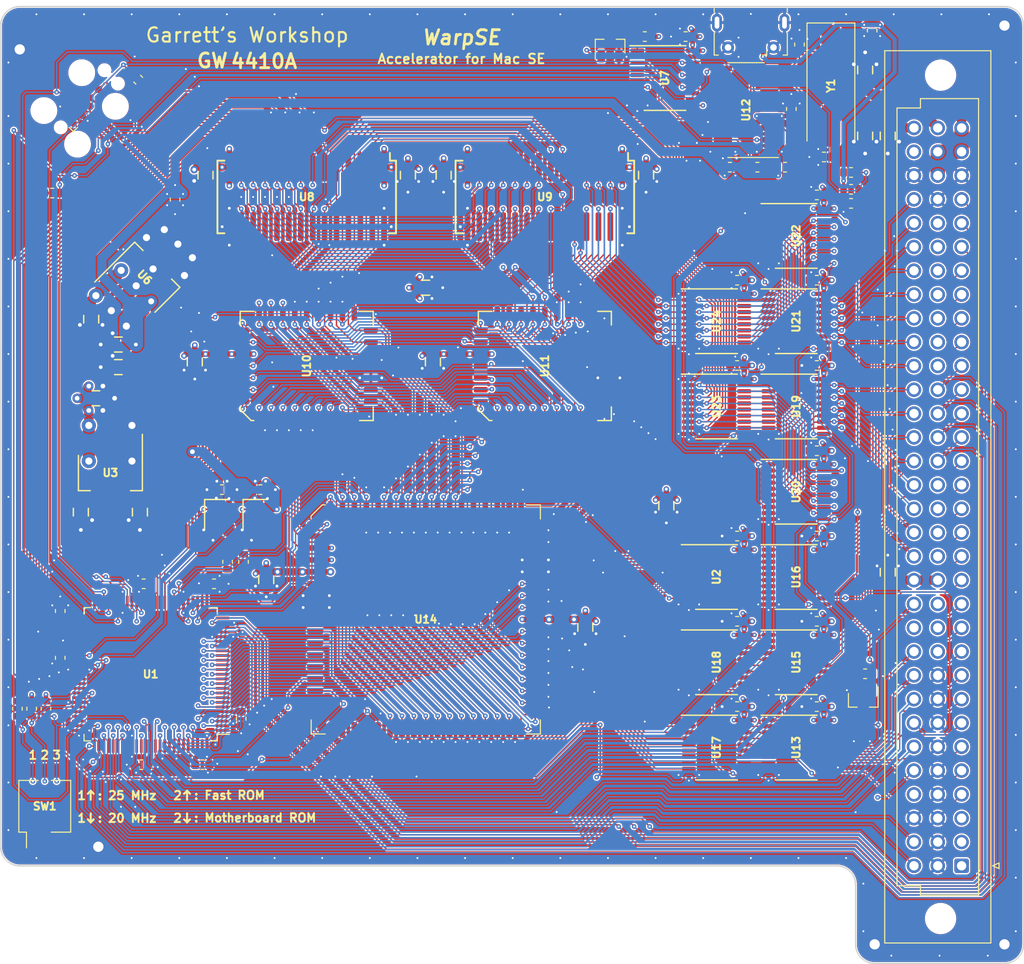
<source format=kicad_pcb>
(kicad_pcb (version 20211014) (generator pcbnew)

  (general
    (thickness 1.6)
  )

  (paper "A4")
  (layers
    (0 "F.Cu" signal)
    (1 "In1.Cu" power)
    (2 "In2.Cu" power)
    (31 "B.Cu" signal)
    (32 "B.Adhes" user "B.Adhesive")
    (33 "F.Adhes" user "F.Adhesive")
    (34 "B.Paste" user)
    (35 "F.Paste" user)
    (36 "B.SilkS" user "B.Silkscreen")
    (37 "F.SilkS" user "F.Silkscreen")
    (38 "B.Mask" user)
    (39 "F.Mask" user)
    (40 "Dwgs.User" user "User.Drawings")
    (41 "Cmts.User" user "User.Comments")
    (42 "Eco1.User" user "User.Eco1")
    (43 "Eco2.User" user "User.Eco2")
    (44 "Edge.Cuts" user)
    (45 "Margin" user)
    (46 "B.CrtYd" user "B.Courtyard")
    (47 "F.CrtYd" user "F.Courtyard")
    (48 "B.Fab" user)
    (49 "F.Fab" user)
  )

  (setup
    (pad_to_mask_clearance 0.05)
    (pcbplotparams
      (layerselection 0x00010fc_ffffffff)
      (disableapertmacros false)
      (usegerberextensions true)
      (usegerberattributes false)
      (usegerberadvancedattributes false)
      (creategerberjobfile false)
      (svguseinch false)
      (svgprecision 6)
      (excludeedgelayer true)
      (plotframeref false)
      (viasonmask false)
      (mode 1)
      (useauxorigin false)
      (hpglpennumber 1)
      (hpglpenspeed 20)
      (hpglpendiameter 15.000000)
      (dxfpolygonmode true)
      (dxfimperialunits true)
      (dxfusepcbnewfont true)
      (psnegative false)
      (psa4output false)
      (plotreference true)
      (plotvalue true)
      (plotinvisibletext false)
      (sketchpadsonfab false)
      (subtractmaskfromsilk true)
      (outputformat 1)
      (mirror false)
      (drillshape 0)
      (scaleselection 1)
      (outputdirectory "gerber/")
    )
  )

  (net 0 "")
  (net 1 "GND")
  (net 2 "+5V")
  (net 3 "+3V3")
  (net 4 "-5V")
  (net 5 "+12V")
  (net 6 "-12V")
  (net 7 "Net-(C46-Pad1)")
  (net 8 "unconnected-(J1-PadA1)")
  (net 9 "unconnected-(J1-PadA2)")
  (net 10 "unconnected-(J1-PadA3)")
  (net 11 "/Buf/MacA1")
  (net 12 "/Buf/MacA2")
  (net 13 "/Buf/MacA3")
  (net 14 "/Buf/MacA4")
  (net 15 "/Buf/MacA5")
  (net 16 "/Buf/MacA6")
  (net 17 "/Buf/MacA7")
  (net 18 "/Buf/MacA8")
  (net 19 "/Buf/MacA9")
  (net 20 "/Buf/MacA10")
  (net 21 "/Buf/MacA11")
  (net 22 "/Buf/MacA12")
  (net 23 "/Buf/MacA13")
  (net 24 "/Buf/MacA14")
  (net 25 "/Control/~{RESET}")
  (net 26 "/Buf/MacA15")
  (net 27 "/Control/Mac~{AS}")
  (net 28 "/Control/Mac~{UDS}")
  (net 29 "/Control/Mac~{LDS}")
  (net 30 "/Buf/Mac~{R}W")
  (net 31 "/Control/Mac~{DTACK}")
  (net 32 "/Buf/MacA16")
  (net 33 "/Control/Mac~{VMA}")
  (net 34 "/Control/Mac~{VPA}")
  (net 35 "/Buf/MacA17")
  (net 36 "/Buf/MacA18")
  (net 37 "/Buf/MacA19")
  (net 38 "/Buf/MacA20")
  (net 39 "/Buf/MacA21")
  (net 40 "/Buf/MacA22")
  (net 41 "/Buf/MacA23")
  (net 42 "/Control/Mac~{BERR}")
  (net 43 "/MC68k/~{IPL}2")
  (net 44 "/MC68k/~{IPL}1")
  (net 45 "/MC68k/~{IPL}0")
  (net 46 "/Control/MacE")
  (net 47 "unconnected-(J1-PadB10)")
  (net 48 "unconnected-(J1-PadB11)")
  (net 49 "/Control/C16M")
  (net 50 "/Control/C8M")
  (net 51 "unconnected-(J1-PadB12)")
  (net 52 "unconnected-(J1-PadB22)")
  (net 53 "unconnected-(J1-PadB23)")
  (net 54 "unconnected-(J1-PadB24)")
  (net 55 "unconnected-(J1-PadB25)")
  (net 56 "unconnected-(J1-PadB26)")
  (net 57 "unconnected-(J1-PadB27)")
  (net 58 "unconnected-(J1-PadB28)")
  (net 59 "unconnected-(J1-PadC5)")
  (net 60 "unconnected-(J1-PadC11)")
  (net 61 "/Buf/MacD0")
  (net 62 "/Buf/MacD1")
  (net 63 "/Buf/MacD2")
  (net 64 "/Buf/MacD3")
  (net 65 "/Buf/MacD4")
  (net 66 "/Buf/MacD5")
  (net 67 "/Buf/MacD6")
  (net 68 "/Buf/MacD7")
  (net 69 "/Buf/MacD8")
  (net 70 "/Buf/MacD9")
  (net 71 "/Buf/MacD10")
  (net 72 "/Buf/MacD11")
  (net 73 "/Buf/MacD12")
  (net 74 "/Buf/MacD13")
  (net 75 "/Buf/MacD14")
  (net 76 "/Buf/MacD15")
  (net 77 "unconnected-(J1-PadC31)")
  (net 78 "/Control/TMS")
  (net 79 "/Control/TCK")
  (net 80 "/Prog/TDO")
  (net 81 "/Control/TDI")
  (net 82 "Net-(J3-Pad3)")
  (net 83 "unconnected-(J2-Pad6)")
  (net 84 "/Prog/USB5V")
  (net 85 "Net-(J3-Pad2)")
  (net 86 "Net-(R1-Pad1)")
  (net 87 "unconnected-(J2-Pad7)")
  (net 88 "unconnected-(J2-Pad8)")
  (net 89 "/Control/SW1")
  (net 90 "/Clk.sch/CK20EN")
  (net 91 "unconnected-(J3-Pad4)")
  (net 92 "/Clk.sch/MCLK")
  (net 93 "/Clk.sch/RCLK")
  (net 94 "unconnected-(U1-Pad1)")
  (net 95 "/Control/Acc~{VPA}")
  (net 96 "/Control/Acc~{BERR}")
  (net 97 "/Buf/Din~{OE}")
  (net 98 "/Buf/Dout~{OE}")
  (net 99 "/Buf/Aout~{OE}")
  (net 100 "/Buf/DinLE")
  (net 101 "/Buf/ADoutLE0")
  (net 102 "/Buf/ADoutLE1")
  (net 103 "/Buf/AccA5")
  (net 104 "/Buf/AccA6")
  (net 105 "/Buf/AccA7")
  (net 106 "/Buf/AccA8")
  (net 107 "/Buf/AccA9")
  (net 108 "/Control/U~{WE}")
  (net 109 "/Control/L~{WE}")
  (net 110 "/Control/~{RAS}")
  (net 111 "/Control/RA11")
  (net 112 "/Clk.sch/CK25EN")
  (net 113 "/Buf/AccA10")
  (net 114 "/Control/RA9")
  (net 115 "/Control/RA10")
  (net 116 "/Control/RA8")
  (net 117 "/Control/RA0")
  (net 118 "/Control/RA7")
  (net 119 "/Control/RA1")
  (net 120 "/Buf/AccA11")
  (net 121 "/Control/RA6")
  (net 122 "/Control/RA2")
  (net 123 "/Control/RA5")
  (net 124 "/Control/RA3")
  (net 125 "/Control/RA4")
  (net 126 "/Buf/AccA12")
  (net 127 "/Control/~{OE}")
  (net 128 "/Control/~{CAS}")
  (net 129 "/Control/ROM~{CS}")
  (net 130 "/Control/ROM~{WE}")
  (net 131 "/Control/Acc~{UDS}")
  (net 132 "/Control/Acc~{AS}")
  (net 133 "/Control/Acc~{LDS}")
  (net 134 "/Buf/AccA13")
  (net 135 "/Control/Acc~{DTACK}")
  (net 136 "/Buf/AccA14")
  (net 137 "/Buf/AccA15")
  (net 138 "/Buf/AccA16")
  (net 139 "/Buf/AccA17")
  (net 140 "/Buf/AccA18")
  (net 141 "/Buf/AccA19")
  (net 142 "/Buf/AccA20")
  (net 143 "/Buf/AccA21")
  (net 144 "/Buf/AccA22")
  (net 145 "/Buf/AccA23")
  (net 146 "/Buf/Acc~{R}W")
  (net 147 "unconnected-(U1-Pad39)")
  (net 148 "unconnected-(U1-Pad49)")
  (net 149 "unconnected-(U1-Pad58)")
  (net 150 "unconnected-(U1-Pad68)")
  (net 151 "Net-(Q1-Pad1)")
  (net 152 "unconnected-(U1-Pad71)")
  (net 153 "unconnected-(U1-Pad72)")
  (net 154 "unconnected-(U1-Pad73)")
  (net 155 "Net-(U16-Pad2)")
  (net 156 "Net-(U16-Pad3)")
  (net 157 "Net-(U16-Pad4)")
  (net 158 "Net-(U16-Pad5)")
  (net 159 "Net-(U16-Pad6)")
  (net 160 "Net-(U16-Pad7)")
  (net 161 "Net-(U16-Pad8)")
  (net 162 "Net-(U16-Pad9)")
  (net 163 "/Buf/AccD6")
  (net 164 "/Buf/AccD7")
  (net 165 "/Buf/AccD5")
  (net 166 "/Buf/AccD3")
  (net 167 "/Buf/AccD1")
  (net 168 "/Buf/AccD0")
  (net 169 "/Buf/AccD2")
  (net 170 "/Buf/AccD4")
  (net 171 "/Buf/AccD14")
  (net 172 "/Buf/AccD15")
  (net 173 "/Buf/AccD13")
  (net 174 "/Buf/AccD11")
  (net 175 "/Buf/AccD9")
  (net 176 "/Buf/AccD8")
  (net 177 "/Buf/AccD10")
  (net 178 "/Buf/AccD12")
  (net 179 "/Buf/AccA1")
  (net 180 "/Buf/AccA2")
  (net 181 "/Buf/AccA3")
  (net 182 "Net-(U13-Pad2)")
  (net 183 "Net-(U13-Pad3)")
  (net 184 "Net-(U13-Pad4)")
  (net 185 "Net-(U13-Pad5)")
  (net 186 "Net-(U13-Pad6)")
  (net 187 "Net-(U13-Pad7)")
  (net 188 "Net-(U13-Pad8)")
  (net 189 "Net-(U13-Pad9)")
  (net 190 "/Buf/AccA4")
  (net 191 "unconnected-(U1-Pad99)")
  (net 192 "unconnected-(U7-Pad12)")
  (net 193 "unconnected-(U7-Pad13)")
  (net 194 "unconnected-(U7-Pad15)")
  (net 195 "unconnected-(U7-Pad17)")
  (net 196 "unconnected-(U7-Pad19)")
  (net 197 "unconnected-(U12-Pad10)")
  (net 198 "Net-(U15-Pad2)")
  (net 199 "Net-(U15-Pad3)")
  (net 200 "Net-(U15-Pad4)")
  (net 201 "Net-(U15-Pad5)")
  (net 202 "Net-(U15-Pad6)")
  (net 203 "Net-(U15-Pad7)")
  (net 204 "Net-(U15-Pad8)")
  (net 205 "Net-(U15-Pad9)")
  (net 206 "Net-(U19-Pad2)")
  (net 207 "Net-(U19-Pad3)")
  (net 208 "Net-(U19-Pad4)")
  (net 209 "Net-(U19-Pad5)")
  (net 210 "Net-(U19-Pad6)")
  (net 211 "Net-(U19-Pad7)")
  (net 212 "Net-(U19-Pad8)")
  (net 213 "Net-(U19-Pad9)")
  (net 214 "Net-(U21-Pad2)")
  (net 215 "Net-(U21-Pad3)")
  (net 216 "Net-(U21-Pad4)")
  (net 217 "Net-(U21-Pad5)")
  (net 218 "Net-(U21-Pad6)")
  (net 219 "Net-(U21-Pad7)")
  (net 220 "Net-(U21-Pad8)")
  (net 221 "Net-(U21-Pad9)")
  (net 222 "Net-(R5-Pad1)")
  (net 223 "Net-(C47-Pad1)")
  (net 224 "unconnected-(U12-Pad11)")
  (net 225 "unconnected-(U12-Pad12)")
  (net 226 "unconnected-(U14-Pad11)")
  (net 227 "unconnected-(U14-Pad18)")
  (net 228 "unconnected-(U14-Pad21)")
  (net 229 "unconnected-(U14-Pad22)")
  (net 230 "unconnected-(U14-Pad28)")
  (net 231 "/Prog/UTCK")
  (net 232 "Net-(C48-Pad1)")
  (net 233 "/Prog/JTAG~{OE}")
  (net 234 "/Control/SW0")
  (net 235 "Net-(R9-Pad2)")
  (net 236 "/Prog/UTMS")
  (net 237 "/Prog/UTDI")
  (net 238 "unconnected-(U14-Pad29)")
  (net 239 "unconnected-(U14-Pad30)")
  (net 240 "unconnected-(U14-Pad31)")
  (net 241 "unconnected-(U1-Pad92)")
  (net 242 "/RAMROM/B")
  (net 243 "unconnected-(J1-PadC4)")

  (footprint "stdpads:C_0805" (layer "F.Cu") (at 112.903 71.208 -90))

  (footprint "stdpads:C_0805" (layer "F.Cu") (at 115.7995 73.914 180))

  (footprint "stdpads:C_0805" (layer "F.Cu") (at 115.7995 76.327 180))

  (footprint "stdpads:C_0603" (layer "F.Cu") (at 130.95 89.4 180))

  (footprint "stdpads:C_0805" (layer "F.Cu") (at 113.4 79.65))

  (footprint "stdpads:TQFP-100_14x14mm_P0.5mm" (layer "F.Cu") (at 119.25 109.1 90))

  (footprint "stdpads:C_0805" (layer "F.Cu") (at 195.453 44.616 90))

  (footprint "stdpads:C_0805" (layer "F.Cu") (at 195.453 51.65 -90))

  (footprint "stdpads:C_0805" (layer "F.Cu") (at 197.866 51.65 -90))

  (footprint "stdpads:SOT-223" (layer "F.Cu") (at 118.6 66.75 -135))

  (footprint "stdpads:SOJ-28_300mil" (layer "F.Cu") (at 161.29 58.166 -90))

  (footprint "stdpads:DIN41612_R_3x32_Male_Vertical_THT" (layer "F.Cu") (at 205.74 129.54 180))

  (footprint "stdpads:C_0603" (layer "F.Cu") (at 126 99.45))

  (footprint "stdpads:TSSOP-20_4.4x6.5mm_P0.65mm" (layer "F.Cu") (at 179.6 98.725 -90))

  (footprint "stdpads:C_0603" (layer "F.Cu") (at 181.8 94.35 180))

  (footprint "stdpads:C_0603" (layer "F.Cu") (at 190.3 57.95 180))

  (footprint "stdpads:C_0603" (layer "F.Cu") (at 190.3 94.35 180))

  (footprint "stdpads:C_0603" (layer "F.Cu") (at 190.3 85.25 180))

  (footprint "stdpads:C_0603" (layer "F.Cu") (at 181.8 112.55 180))

  (footprint "stdpads:C_0603" (layer "F.Cu") (at 190.3 112.55 180))

  (footprint "stdpads:C_0603" (layer "F.Cu") (at 190.3 67.05 180))

  (footprint "stdpads:C_0603" (layer "F.Cu") (at 181.8 67.05 180))

  (footprint "stdpads:C_0603" (layer "F.Cu") (at 181.8 76.15 180))

  (footprint "stdpads:C_0603" (layer "F.Cu") (at 181.8 103.45 180))

  (footprint "stdpads:C_0603" (layer "F.Cu") (at 190.3 103.45 180))

  (footprint "stdpads:C_0805" (layer "F.Cu") (at 197.866 98.21 90))

  (footprint "stdpads:C_0805" (layer "F.Cu") (at 131.572 99.021 -90))

  (footprint "stdpads:C_0805" (layer "F.Cu") (at 165.608 104.101 -90))

  (footprint "stdpads:TSSOP-20_4.4x6.5mm_P0.65mm" (layer "F.Cu") (at 179.6 71.425 -90))

  (footprint "stdpads:TSSOP-20_4.4x6.5mm_P0.65mm" (layer "F.Cu") (at 179.6 80.525 -90))

  (footprint "stdpads:TSSOP-20_4.4x6.5mm_P0.65mm" (layer "F.Cu") (at 188.1 62.325 -90))

  (footprint "stdpads:TSSOP-20_4.4x6.5mm_P0.65mm" (layer "F.Cu") (at 188.1 71.425 -90))

  (footprint "stdpads:TSSOP-20_4.4x6.5mm_P0.65mm" (layer "F.Cu") (at 188.1 89.625 -90))

  (footprint "stdpads:TSSOP-20_4.4x6.5mm_P0.65mm" (layer "F.Cu")
    (tedit 5F27C9F6) (tstamp 00000000-0000-0000-0000-000061aa2d14)
    (at 188.1 80.525 -90)
    (descr "20-Lead Plastic Thin Shrink Small Outline (ST)-4.4 mm Body [TSSOP] (see Microchip Packaging Specification 00000049BS.pdf)")
    (tags "SSOP 0.65")
    (property "LCSC Part" "C141311")
    (property "Sheetfile" "Buf.kicad_sch")
    (property "Sheetname" "Buf")
    (path "/00000000-0000-0000-0000-000060941922/00000000-0000-0000-0000-000060976b52")
    (solder_mask_margin 0.024)
    (solder_paste_margin -0.04)
    (attr smd)
    (fp_text reference "U19" (at 0 0 -90) (layer "F.Fab")
      (effects (font (size 0.8128 0.8128) (thickness 0.2032)))
      (tstamp c1e69ce0-c15e-4a8b-a685-929e9401f27d)
    )
    (fp_text value "74AHCT573PW" (at 0 1.016 -90) (layer "F.Fab")
      (effects (font (size 0.508 0.508) (thickness 0.127)))
      (tstamp 9c3c410d-2591-4a18-8bb3-5fbc475cc373)
    )
    (fp_text user "${REFERENCE}" (at 0 0 90) (layer "F.SilkS")
      (effects (font (size 0.8128 0.8128) (thickness 0.2032)))
      (tstamp 4bc534a8-0959-488c-8c97-7d6e9a017e9c)
    )
    (fp_line (start -3.45 3.75) (end -3.45 -2.225) (layer "F.SilkS") (width 0.15) (tstamp 8827de82-2f0c-497d-b1f3-42565c18a1cc))
    (fp_line (start 3.45 2.225) (end 3.45 -2.225) (layer "F.SilkS") (width 0.15) (tstamp e631b9fe-a372-4e89-8f70-a2b7b610ba05))
    (fp_line (start 3.55 3.95) (end 3.55 -3.95) (layer "F.CrtYd") (width 0.05) (tstamp 3dde21ca-5888-4ecd-8f59-9da214a5f9ba))
    (fp_line (start -3.55 3.95) (end 3.55 3.95) (layer "F.CrtYd") (width 0.05) (tstamp 6f262618-7cca-433a-87ef-8175dc9fd19d))
    (fp_line (start -3.55 -3.95) (end 3.55 -3.95) (layer "F.CrtYd") (width 0.05) (tstamp 7ffceb90-04a0-40e5-b1bb-36c263630f50))
    (fp_line (start -3.55 3.95) (end -3.55 -3.95) (layer "F.CrtYd") (width 0.05) (tstamp db44a447-5878-44a0-bc7e-a556fce1102e))
    (fp_line (start -2.25 2.2) (end -3.25 1.2) (layer "F.Fab") (width 0.15) (tstamp 0a7e83c9-f938-445c-b51f-88bcd61f6b23))
    (fp_line (start 3.25 -2.2) (end 3.25 2.2) (layer "F.Fab") (width 0.15) (tstamp 124e91a2-9359-4430-a626-df663169a19d))
    (fp_line (start -3.25 -2.2) (end 3.25 -2.2) (layer "F.Fab") (width 0.15) (tstamp 85bd589c-cd0b-48a0-99fb-455d2350ac5a))
    (fp_line (start -3.25 1.2) (end -3.25 -2.2) (layer "F.Fab") (width 0.15) (tstamp 8998eb1f-e190-4a26-87c8-5095df281e2b))
    (fp_line (start 3.25 2.2) (end -2.25 2.2) (layer "F.Fab") (width 0.15) (tstamp ac9bceab-084b-408c-86b3-c3deaae9dd9f))
    (pad "1" smd roundrect locked (at -2.925 2.95) (size 1.45 0.45) (layers "F.Cu" "F.Paste" "F.Mask") (roundrect_rratio 0.25)
      (net 98 "/Buf/Dout~{OE}") (pinfunction "~{OE}") (pintype "input") (tstamp ea7f0e0d-02e9-4f29-8d50-6b70163a30dd))
    (pad "2" smd roundrect locked (at -2.275 2.95) (size 1.45 0.45) (layers "F.Cu" "F.Paste" "F.Mask") (roundrect_rratio 0.25)
      (net 206 "Net-(U19-Pad2)") (pinfunction "D0") (pintype "input") (tstamp 6aa2b36c-c06c-4e6e-910b-f1d002c87bc0))
    (pad "3" smd roundrect locked (at -1.625 2.95) (size 1.45 0.45) (layers "F.Cu" "F.Paste" "F.Mask") (roundrect_rratio 0.25)
      (net 207 "Net-(U19-Pad3)") (pinfunction "D1") (pintype "input") (tstamp d5509e75-efbb-4959-ac05-d328117ce896))
    (pad "4" smd roundrect locked (at -0.975 2.95) (size 1.45 0.45) (layers "F.Cu" "F.Paste" "F.Mask") (roundrect_rratio 0.25)
      (net 208 "Net-(U19-Pad4)") (pinfunction "D2") (pintype "input") (tstamp f6f81491-79d4-4e44-a7f0-ebfd1730f516))
    (pad "5" smd roundrect locked (at -0.325 2.95) (size 1.45 0.45) (layers "F.Cu" "F.Paste" "F.Mask") (roundrect_rratio 0.25)
      (net 209 "Net-(U19-Pad5)") (pinfunction "D3") (pintype "input") (tstamp e90ed0fc-d9ab-4625-ad20-0cdb50e55861))
    (pad "6" smd roundrect locked (at 0.325 2.95) (size 1.45 0.45) (layers "F.Cu" "F.Paste" "F.Mask") (roundrect_rratio 0.25)
      (net 210 "Net-(U19-Pad6)") (pinfunction "D4") (pintype "input") (tstamp 2114a500-e565-430d-8f37-11feef5e819d))
    (pad "7" smd roundrect locked (at 0.975 2.95) (size 1.45 0.45) (layers "F.Cu" "F.Paste" "F.Mask") (roundrect_rratio 0.25)
      (net 211 "Net-(U19-Pad7)") (pinfunction "D5") (pintype "input") (tstamp 145654d5-d88f-4ea3-813d-a69e135bc641))
    (pad "8" smd roundrect locked (at 1.625 2.95) (size 1.45 0.45) (layers "F.Cu" "F.Paste" "F.Mask") (roundrect_rratio 0.25)
      (net 212 "Net-(U19-Pad8)") (pinfunction "D6") (pintype "input") (tstamp b0376c07-e6aa-4806-b092-98376a86393f))
    (pad "9" smd roundrect locked (at 2.275 2.95) (size 1.45 0.45) (layers "F.Cu" "F.Paste" "F.Mask") (roundrect_rratio 0.25)
      (net 213 "Net-(U19-Pad9)") (pinfunction "D7") (pintype "input") (tstamp 9d982260-d8a6-4c83-907d-1ac6a6481d5f))
    (pad "10" smd roundrect locked (at 2.925 2.95) (size 1.45 0.45) (layers "F.Cu" "F.Paste" "F.Mask") (roundrect_rratio 0.25)
      (net 1 "GND") (pinfunction "GND") (pintype "power_in") (tstamp 380d8034-62e9-44fe-9b1c-5017f20e4828))
    (pad "11" smd roundrect locked (at 2.925 -2.95) (size 1.45 0.45) (layers "F.Cu" "F.Paste" "F.Mask") (roundrect_rratio 0.25)
      (net 101 "/Buf/ADoutLE0") (pinfunction "~{LE}") (pintype "input") (tstamp a1dcf0dc-7492-42b1-afb9-e749a3ffce12))
    (pad "12" smd roundrect locked (at 2.275 -2.95) (size 1.45 0.45) (layers "F.Cu" "F.Paste" "F.Mask") (roundrect_rratio 0.25)
      (net 61 "/Buf/MacD0") (pinfunction "Q7") (pintype "tri_state") (tstamp e44ef9a7-1100-4f20-b3c0-c7ba59f02c79))
    (pad "13" smd roundrect locked (at 1.625 -2.95) (size 1.45 0.45) (layers "F.Cu" "F.Paste" "F.Mask") (roundrect_rratio 0.25)
      (net 62 "/Buf/MacD1") (pinfunction "Q6") (pintype "tri_state") (tstamp 944d32a2-6efe-4b52-bb0c-b0a741677e8a))
    (pad "14" smd roundrect locked (at 0.975 -2.95) (size 1.45 0.45) (layers "F.Cu" "F.Paste" "F.Mask") (roundrect_rratio 0.25)
      (net 63 "/Buf/MacD2") (pinfunction "Q5") (pintype "tri_state") (tstamp 690122c3-c313-401a-89e2-1808ebb02249))
    (pad "15" smd roundrect locked (at 0.325 -2.95) (size 1.45 0.45) (layers "F.Cu" "F.Paste" "F.Mask") (roundrect_rratio 0.25)
      (net 64 "/Buf/MacD3") (pinfunction "Q4") (pintype "tri_state") (tstamp 930d3ce9-9346-43af-8fb4-9c83dbca6d7a))
    (pad "16" smd roundrect locked (at -0.325 -2.95) (size 1.45 0.45) (layers "F.Cu" "F.Paste" "F.Mask") (roundrect_rratio 0.25)
      (net 65 "/Buf/MacD4") (pinfunction "Q3") (pintype "tri_state") (tstamp d30e25c5-a336-45d1-91bd-a6d7795edfb9))
    (pad "17" smd roundrect locked (at -0.975 -2.95) (size 1.45 0.45) (layers "F.Cu" "F.Paste" "F.Mask") (roundrect_rratio 0.25)
      (net 66 "/Buf/MacD5") (pinfunction "Q2"
... [7106450 chars truncated]
</source>
